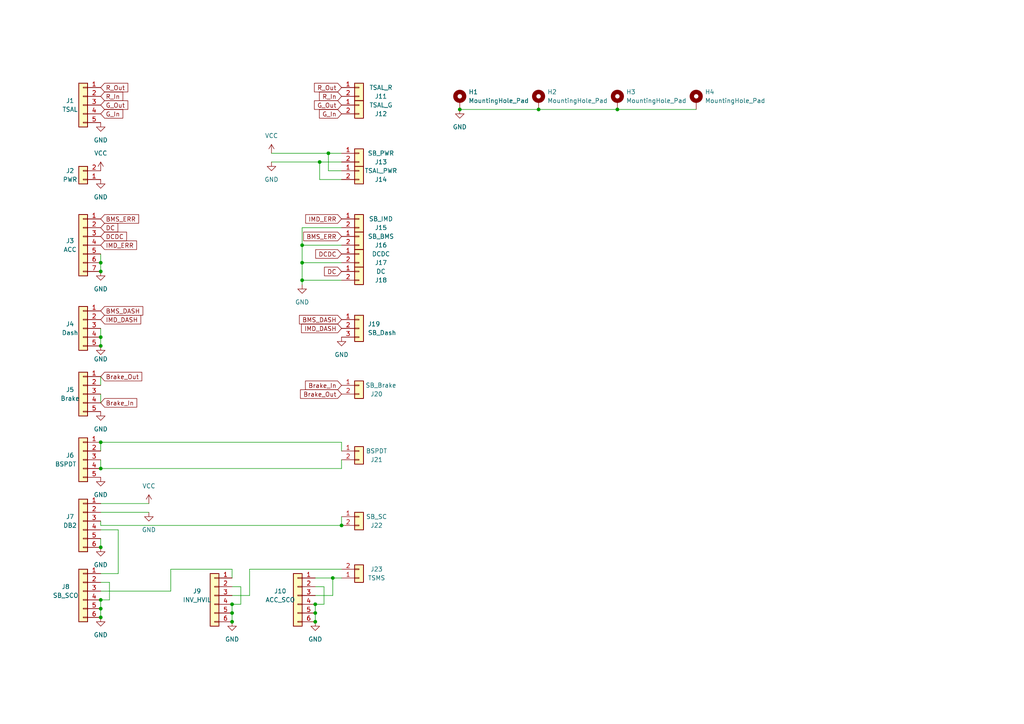
<source format=kicad_sch>
(kicad_sch (version 20230121) (generator eeschema)
  (paper "A4")
  (lib_symbols
    (symbol "Connector_Generic:Conn_01x02" (pin_names (offset 1.016) hide)
      (property "Reference" "J" (at 0 2.54 0))
      (property "Value" "Conn_01x02" (at 0 -5.08 0))
      (symbol "Conn_01x02_1_1"
        (rectangle (start -1.27 -2.413) (end 0 -2.667) (stroke (width 0.1524)))
        (rectangle (start -1.27 0.127) (end 0 -0.127) (stroke (width 0.1524)))
        (rectangle (start -1.27 1.27) (end 1.27 -3.81) (stroke (width 0.254)) (fill (type background)))
        (pin passive line (at -5.08 0 0) (length 3.81) (name "Pin_1") (number "1"))
        (pin passive line (at -5.08 -2.54 0) (length 3.81) (name "Pin_2") (number "2"))
      )
    )
    (symbol "Connector_Generic:Conn_01x03" (pin_names (offset 1.016) hide)
      (property "Reference" "J" (at 0 5.08 0))
      (property "Value" "Conn_01x03" (at 0 -5.08 0))
      (symbol "Conn_01x03_1_1"
        (rectangle (start -1.27 -2.413) (end 0 -2.667) (stroke (width 0.1524)))
        (rectangle (start -1.27 0.127) (end 0 -0.127) (stroke (width 0.1524)))
        (rectangle (start -1.27 2.667) (end 0 2.413) (stroke (width 0.1524)))
        (rectangle (start -1.27 3.81) (end 1.27 -3.81) (stroke (width 0.254)) (fill (type background)))
        (pin passive line (at -5.08 2.54 0) (length 3.81) (name "Pin_1") (number "1"))
        (pin passive line (at -5.08 0 0) (length 3.81) (name "Pin_2") (number "2"))
        (pin passive line (at -5.08 -2.54 0) (length 3.81) (name "Pin_3") (number "3"))
      )
    )
    (symbol "Connector_Generic:Conn_01x05" (pin_names (offset 1.016) hide)
      (property "Reference" "J" (at 0 7.62 0))
      (property "Value" "Conn_01x05" (at 0 -7.62 0))
      (symbol "Conn_01x05_1_1"
        (rectangle (start -1.27 -4.953) (end 0 -5.207) (stroke (width 0.1524)))
        (rectangle (start -1.27 -2.413) (end 0 -2.667) (stroke (width 0.1524)))
        (rectangle (start -1.27 0.127) (end 0 -0.127) (stroke (width 0.1524)))
        (rectangle (start -1.27 2.667) (end 0 2.413) (stroke (width 0.1524)))
        (rectangle (start -1.27 5.207) (end 0 4.953) (stroke (width 0.1524)))
        (rectangle (start -1.27 6.35) (end 1.27 -6.35) (stroke (width 0.254)) (fill (type background)))
        (pin passive line (at -5.08 5.08 0) (length 3.81) (name "Pin_1") (number "1"))
        (pin passive line (at -5.08 2.54 0) (length 3.81) (name "Pin_2") (number "2"))
        (pin passive line (at -5.08 0 0) (length 3.81) (name "Pin_3") (number "3"))
        (pin passive line (at -5.08 -2.54 0) (length 3.81) (name "Pin_4") (number "4"))
        (pin passive line (at -5.08 -5.08 0) (length 3.81) (name "Pin_5") (number "5"))
      )
    )
    (symbol "Connector_Generic:Conn_01x06" (pin_names (offset 1.016) hide)
      (property "Reference" "J" (at 0 7.62 0))
      (property "Value" "Conn_01x06" (at 0 -10.16 0))
      (symbol "Conn_01x06_1_1"
        (rectangle (start -1.27 -7.493) (end 0 -7.747) (stroke (width 0.1524)))
        (rectangle (start -1.27 -4.953) (end 0 -5.207) (stroke (width 0.1524)))
        (rectangle (start -1.27 -2.413) (end 0 -2.667) (stroke (width 0.1524)))
        (rectangle (start -1.27 0.127) (end 0 -0.127) (stroke (width 0.1524)))
        (rectangle (start -1.27 2.667) (end 0 2.413) (stroke (width 0.1524)))
        (rectangle (start -1.27 5.207) (end 0 4.953) (stroke (width 0.1524)))
        (rectangle (start -1.27 6.35) (end 1.27 -8.89) (stroke (width 0.254)) (fill (type background)))
        (pin passive line (at -5.08 5.08 0) (length 3.81) (name "Pin_1") (number "1"))
        (pin passive line (at -5.08 2.54 0) (length 3.81) (name "Pin_2") (number "2"))
        (pin passive line (at -5.08 0 0) (length 3.81) (name "Pin_3") (number "3"))
        (pin passive line (at -5.08 -2.54 0) (length 3.81) (name "Pin_4") (number "4"))
        (pin passive line (at -5.08 -5.08 0) (length 3.81) (name "Pin_5") (number "5"))
        (pin passive line (at -5.08 -7.62 0) (length 3.81) (name "Pin_6") (number "6"))
      )
    )
    (symbol "Connector_Generic:Conn_01x07" (pin_names (offset 1.016) hide)
      (property "Reference" "J" (at 0 10.16 0))
      (property "Value" "Conn_01x07" (at 0 -10.16 0))
      (symbol "Conn_01x07_1_1"
        (rectangle (start -1.27 -7.493) (end 0 -7.747) (stroke (width 0.1524)))
        (rectangle (start -1.27 -4.953) (end 0 -5.207) (stroke (width 0.1524)))
        (rectangle (start -1.27 -2.413) (end 0 -2.667) (stroke (width 0.1524)))
        (rectangle (start -1.27 0.127) (end 0 -0.127) (stroke (width 0.1524)))
        (rectangle (start -1.27 2.667) (end 0 2.413) (stroke (width 0.1524)))
        (rectangle (start -1.27 5.207) (end 0 4.953) (stroke (width 0.1524)))
        (rectangle (start -1.27 7.747) (end 0 7.493) (stroke (width 0.1524)))
        (rectangle (start -1.27 8.89) (end 1.27 -8.89) (stroke (width 0.254)) (fill (type background)))
        (pin passive line (at -5.08 7.62 0) (length 3.81) (name "Pin_1") (number "1"))
        (pin passive line (at -5.08 5.08 0) (length 3.81) (name "Pin_2") (number "2"))
        (pin passive line (at -5.08 2.54 0) (length 3.81) (name "Pin_3") (number "3"))
        (pin passive line (at -5.08 0 0) (length 3.81) (name "Pin_4") (number "4"))
        (pin passive line (at -5.08 -2.54 0) (length 3.81) (name "Pin_5") (number "5"))
        (pin passive line (at -5.08 -5.08 0) (length 3.81) (name "Pin_6") (number "6"))
        (pin passive line (at -5.08 -7.62 0) (length 3.81) (name "Pin_7") (number "7"))
      )
    )
    (symbol "Mechanical:MountingHole_Pad" (pin_numbers hide) (pin_names (offset 1.016) hide)
      (property "Reference" "H" (at 0 6.35 0))
      (property "Value" "MountingHole_Pad" (at 0 4.445 0))
      (symbol "MountingHole_Pad_0_1"
        (circle (center 0 1.27) (radius 1.27) (stroke (width 1.27)))
      )
      (symbol "MountingHole_Pad_1_1"
        (pin input line (at 0 -2.54 90) (length 2.54) (name "1") (number "1"))
      )
    )
    (symbol "power:GND" (power) (pin_names (offset 0))
      (property "Value" "GND" (at 0 -3.81 0))
      (symbol "GND_0_1"
        (polyline (pts (xy 0 0) (xy 0 -1.27) (xy 1.27 -1.27) (xy 0 -2.54) (xy -1.27 -1.27) (xy 0 -1.27)))
      )
      (symbol "GND_1_1"
        (pin power_in line (at 0 0 270) (length 0) hide (name "GND") (number "1"))
      )
    )
    (symbol "power:VCC" (power) (pin_names (offset 0))
      (property "Value" "VCC" (at 0 3.81 0))
      (symbol "VCC_0_1"
        (polyline (pts (xy -0.762 1.27) (xy 0 2.54)))
        (polyline (pts (xy 0 0) (xy 0 2.54)))
        (polyline (pts (xy 0 2.54) (xy 0.762 1.27)))
      )
      (symbol "VCC_1_1"
        (pin power_in line (at 0 0 90) (length 0) hide (name "VCC") (number "1"))
      )
    )
  )
  (junction (at 96.52 167.64))
  (junction (at 87.63 81.28))
  (junction (at 67.31 175.26))
  (junction (at 156.21 31.75))
  (junction (at 99.06 152.4))
  (junction (at 29.21 97.79))
  (junction (at 29.21 128.27))
  (junction (at 29.21 179.07))
  (junction (at 87.63 76.2))
  (junction (at 29.21 173.99))
  (junction (at 179.07 31.75))
  (junction (at 91.44 175.26))
  (junction (at 29.21 100.33))
  (junction (at 29.21 158.75))
  (junction (at 67.31 180.34))
  (junction (at 133.35 31.75))
  (junction (at 67.31 177.8))
  (junction (at 29.21 176.53))
  (junction (at 91.44 180.34))
  (junction (at 29.21 76.2))
  (junction (at 29.21 78.74))
  (junction (at 87.63 71.12))
  (junction (at 91.44 177.8))
  (junction (at 29.21 135.89))
  (junction (at 92.71 46.99))
  (junction (at 95.25 44.45))
  (wire (pts (xy 87.63 76.2) (xy 87.63 81.28)))
  (wire (pts (xy 29.21 152.4) (xy 29.21 151.13)))
  (wire (pts (xy 29.21 168.91) (xy 31.75 168.91)))
  (wire (pts (xy 34.29 153.67) (xy 34.29 166.37)))
  (wire (pts (xy 29.21 95.25) (xy 29.21 97.79)))
  (wire (pts (xy 72.39 165.1) (xy 99.06 165.1)))
  (wire (pts (xy 91.44 177.8) (xy 91.44 180.34)))
  (wire (pts (xy 72.39 165.1) (xy 72.39 172.72)))
  (wire (pts (xy 87.63 81.28) (xy 99.06 81.28)))
  (wire (pts (xy 99.06 52.07) (xy 92.71 52.07)))
  (wire (pts (xy 99.06 66.04) (xy 87.63 66.04)))
  (wire (pts (xy 29.21 153.67) (xy 34.29 153.67)))
  (wire (pts (xy 91.44 175.26) (xy 93.98 175.26)))
  (wire (pts (xy 49.53 165.1) (xy 49.53 171.45)))
  (wire (pts (xy 78.74 44.45) (xy 95.25 44.45)))
  (wire (pts (xy 69.85 170.18) (xy 69.85 175.26)))
  (wire (pts (xy 99.06 71.12) (xy 87.63 71.12)))
  (wire (pts (xy 99.06 149.86) (xy 99.06 152.4)))
  (wire (pts (xy 29.21 133.35) (xy 29.21 135.89)))
  (wire (pts (xy 78.74 46.99) (xy 92.71 46.99)))
  (wire (pts (xy 29.21 76.2) (xy 29.21 78.74)))
  (wire (pts (xy 29.21 146.05) (xy 43.18 146.05)))
  (wire (pts (xy 99.06 128.27) (xy 29.21 128.27)))
  (wire (pts (xy 67.31 177.8) (xy 67.31 180.34)))
  (wire (pts (xy 67.31 170.18) (xy 69.85 170.18)))
  (wire (pts (xy 99.06 49.53) (xy 95.25 49.53)))
  (wire (pts (xy 67.31 175.26) (xy 69.85 175.26)))
  (wire (pts (xy 99.06 133.35) (xy 99.06 135.89)))
  (wire (pts (xy 29.21 176.53) (xy 29.21 179.07)))
  (wire (pts (xy 31.75 173.99) (xy 29.21 173.99)))
  (wire (pts (xy 49.53 171.45) (xy 29.21 171.45)))
  (wire (pts (xy 96.52 167.64) (xy 96.52 172.72)))
  (wire (pts (xy 179.07 31.75) (xy 201.93 31.75)))
  (wire (pts (xy 67.31 172.72) (xy 72.39 172.72)))
  (wire (pts (xy 29.21 135.89) (xy 99.06 135.89)))
  (wire (pts (xy 87.63 66.04) (xy 87.63 71.12)))
  (wire (pts (xy 93.98 170.18) (xy 93.98 175.26)))
  (wire (pts (xy 29.21 114.3) (xy 29.21 116.84)))
  (wire (pts (xy 29.21 109.22) (xy 29.21 111.76)))
  (wire (pts (xy 87.63 71.12) (xy 87.63 76.2)))
  (wire (pts (xy 91.44 170.18) (xy 93.98 170.18)))
  (wire (pts (xy 29.21 173.99) (xy 29.21 176.53)))
  (wire (pts (xy 67.31 165.1) (xy 49.53 165.1)))
  (wire (pts (xy 91.44 175.26) (xy 91.44 177.8)))
  (wire (pts (xy 133.35 31.75) (xy 156.21 31.75)))
  (wire (pts (xy 34.29 166.37) (xy 29.21 166.37)))
  (wire (pts (xy 91.44 167.64) (xy 96.52 167.64)))
  (wire (pts (xy 92.71 52.07) (xy 92.71 46.99)))
  (wire (pts (xy 29.21 100.33) (xy 29.21 97.79)))
  (wire (pts (xy 29.21 158.75) (xy 29.21 156.21)))
  (wire (pts (xy 99.06 167.64) (xy 96.52 167.64)))
  (wire (pts (xy 29.21 128.27) (xy 29.21 130.81)))
  (wire (pts (xy 29.21 73.66) (xy 29.21 76.2)))
  (wire (pts (xy 92.71 46.99) (xy 99.06 46.99)))
  (wire (pts (xy 87.63 76.2) (xy 99.06 76.2)))
  (wire (pts (xy 29.21 152.4) (xy 99.06 152.4)))
  (wire (pts (xy 29.21 148.59) (xy 43.18 148.59)))
  (wire (pts (xy 31.75 168.91) (xy 31.75 173.99)))
  (wire (pts (xy 95.25 44.45) (xy 99.06 44.45)))
  (wire (pts (xy 156.21 31.75) (xy 179.07 31.75)))
  (wire (pts (xy 95.25 49.53) (xy 95.25 44.45)))
  (wire (pts (xy 99.06 130.81) (xy 99.06 128.27)))
  (wire (pts (xy 67.31 175.26) (xy 67.31 177.8)))
  (wire (pts (xy 67.31 167.64) (xy 67.31 165.1)))
  (wire (pts (xy 96.52 172.72) (xy 91.44 172.72)))
  (wire (pts (xy 87.63 81.28) (xy 87.63 82.55)))
  (global_label "Brake_Out" (shape input) (at 29.21 109.22 0) (property "Intersheetrefs" "${INTERSHEET_REFS}" (effects hide)))
  (global_label "IMD_DASH" (shape input) (at 99.06 95.25 180) (property "Intersheetrefs" "${INTERSHEET_REFS}" (effects hide)))
  (global_label "G_In" (shape input) (at 29.21 33.02 0) (property "Intersheetrefs" "${INTERSHEET_REFS}" (effects hide)))
  (global_label "BMS_ERR" (shape input) (at 29.21 63.5 0) (property "Intersheetrefs" "${INTERSHEET_REFS}" (effects hide)))
  (global_label "DCDC" (shape input) (at 29.21 68.58 0) (property "Intersheetrefs" "${INTERSHEET_REFS}" (effects hide)))
  (global_label "BMS_DASH" (shape input) (at 99.06 92.71 180) (property "Intersheetrefs" "${INTERSHEET_REFS}" (effects hide)))
  (global_label "R_Out" (shape input) (at 29.21 25.4 0) (property "Intersheetrefs" "${INTERSHEET_REFS}" (effects hide)))
  (global_label "IMD_ERR" (shape input) (at 29.21 71.12 0) (property "Intersheetrefs" "${INTERSHEET_REFS}" (effects hide)))
  (global_label "BMS_ERR" (shape input) (at 99.06 68.58 180) (property "Intersheetrefs" "${INTERSHEET_REFS}" (effects hide)))
  (global_label "Brake_Out" (shape input) (at 99.06 114.3 180) (property "Intersheetrefs" "${INTERSHEET_REFS}" (effects hide)))
  (global_label "R_In" (shape input) (at 99.06 27.94 180) (property "Intersheetrefs" "${INTERSHEET_REFS}" (effects hide)))
  (global_label "R_In" (shape input) (at 29.21 27.94 0) (property "Intersheetrefs" "${INTERSHEET_REFS}" (effects hide)))
  (global_label "G_Out" (shape input) (at 29.21 30.48 0) (property "Intersheetrefs" "${INTERSHEET_REFS}" (effects hide)))
  (global_label "IMD_ERR" (shape input) (at 99.06 63.5 180) (property "Intersheetrefs" "${INTERSHEET_REFS}" (effects hide)))
  (global_label "G_In" (shape input) (at 99.06 33.02 180) (property "Intersheetrefs" "${INTERSHEET_REFS}" (effects hide)))
  (global_label "DC" (shape input) (at 99.06 78.74 180) (property "Intersheetrefs" "${INTERSHEET_REFS}" (effects hide)))
  (global_label "IMD_DASH" (shape input) (at 29.21 92.71 0) (property "Intersheetrefs" "${INTERSHEET_REFS}" (effects hide)))
  (global_label "BMS_DASH" (shape input) (at 29.21 90.17 0) (property "Intersheetrefs" "${INTERSHEET_REFS}" (effects hide)))
  (global_label "DCDC" (shape input) (at 99.06 73.66 180) (property "Intersheetrefs" "${INTERSHEET_REFS}" (effects hide)))
  (global_label "Brake_In" (shape input) (at 99.06 111.76 180) (property "Intersheetrefs" "${INTERSHEET_REFS}" (effects hide)))
  (global_label "R_Out" (shape input) (at 99.06 25.4 180) (property "Intersheetrefs" "${INTERSHEET_REFS}" (effects hide)))
  (global_label "DC" (shape input) (at 29.21 66.04 0) (property "Intersheetrefs" "${INTERSHEET_REFS}" (effects hide)))
  (global_label "G_Out" (shape input) (at 99.06 30.48 180) (property "Intersheetrefs" "${INTERSHEET_REFS}" (effects hide)))
  (global_label "Brake_In" (shape input) (at 29.21 116.84 0) (property "Intersheetrefs" "${INTERSHEET_REFS}" (effects hide)))
  (symbol (lib_id "Connector_Generic:Conn_01x03") (at 104.14 95.25 0) (unit 1)
    (property "Reference" "J19" (at 106.68 93.98 0) (effects (justify left)))
    (property "Value" "SB_Dash" (at 106.68 96.52 0) (effects (justify left)))
    (property "Footprint" "Connector_JST:JST_XH_B3B-XH-A_1x03_P2.50mm_Vertical" (effects hide))
  )
  (symbol (lib_id "Connector_Generic:Conn_01x02") (at 104.14 78.74 0) (unit 1)
    (property "Reference" "J18" (at 110.49 81.28 0))
    (property "Value" "DC" (at 110.49 78.74 0))
    (property "Footprint" "Connector_JST:JST_XH_B2B-XH-A_1x02_P2.50mm_Vertical" (effects hide))
  )
  (symbol (lib_id "power:GND") (at 29.21 158.75 0) (unit 1)
    (property "Reference" "#PWR08" (effects hide))
    (property "Value" "GND" (at 29.21 163.83 0))
  )
  (symbol (lib_id "Connector_Generic:Conn_01x02") (at 104.14 130.81 0) (unit 1)
    (property "Reference" "J21" (at 109.22 133.35 0))
    (property "Value" "BSPDT" (at 109.22 130.81 0))
    (property "Footprint" "Connector_JST:JST_XH_B2B-XH-A_1x02_P2.50mm_Vertical" (effects hide))
  )
  (symbol (lib_id "Connector_Generic:Conn_01x02") (at 104.14 49.53 0) (unit 1)
    (property "Reference" "J14" (at 110.49 52.07 0))
    (property "Value" "TSAL_PWR" (at 110.49 49.53 0))
    (property "Footprint" "Connector_JST:JST_XH_B2B-XH-A_1x02_P2.50mm_Vertical" (effects hide))
  )
  (symbol (lib_id "Connector_Generic:Conn_01x02") (at 104.14 25.4 0) (unit 1)
    (property "Reference" "J11" (at 110.49 27.94 0))
    (property "Value" "TSAL_R" (at 110.49 25.4 0))
    (property "Footprint" "Connector_JST:JST_XH_B2B-XH-A_1x02_P2.50mm_Vertical" (effects hide))
  )
  (symbol (lib_id "power:GND") (at 29.21 100.33 0) (unit 1)
    (property "Reference" "#PWR05" (effects hide))
    (property "Value" "GND" (at 29.21 104.14 0))
  )
  (symbol (lib_id "power:GND") (at 78.74 46.99 0) (unit 1)
    (property "Reference" "#PWR017" (effects hide))
    (property "Value" "GND" (at 78.74 52.07 0))
  )
  (symbol (lib_id "power:GND") (at 67.31 180.34 0) (unit 1)
    (property "Reference" "#PWR015" (effects hide))
    (property "Value" "GND" (at 67.31 185.42 0))
  )
  (symbol (lib_id "Connector_Generic:Conn_01x07") (at 24.13 71.12 0) (mirror y) (unit 1)
    (property "Reference" "J3" (at 20.32 69.85 0))
    (property "Value" "ACC" (at 20.32 72.39 0))
    (property "Footprint" "Personal:M8 5-6P w Ground" (effects hide))
  )
  (symbol (lib_id "power:GND") (at 29.21 179.07 0) (unit 1)
    (property "Reference" "#PWR09" (effects hide))
    (property "Value" "GND" (at 29.21 184.15 0))
  )
  (symbol (lib_id "power:GND") (at 29.21 35.56 0) (unit 1)
    (property "Reference" "#PWR01" (effects hide))
    (property "Value" "GND" (at 29.21 40.64 0))
  )
  (symbol (lib_id "power:GND") (at 91.44 180.34 0) (unit 1)
    (property "Reference" "#PWR019" (effects hide))
    (property "Value" "GND" (at 91.44 185.42 0))
  )
  (symbol (lib_id "power:GND") (at 99.06 97.79 0) (unit 1)
    (property "Reference" "#PWR020" (effects hide))
    (property "Value" "GND" (at 99.06 102.87 0))
  )
  (symbol (lib_id "Connector_Generic:Conn_01x05") (at 24.13 114.3 0) (mirror y) (unit 1)
    (property "Reference" "J5" (at 20.32 113.03 0))
    (property "Value" "Brake" (at 20.32 115.57 0))
    (property "Footprint" "Personal:M8 2P 4P w Ground" (effects hide))
  )
  (symbol (lib_id "Connector_Generic:Conn_01x02") (at 104.14 63.5 0) (unit 1)
    (property "Reference" "J15" (at 110.49 66.04 0))
    (property "Value" "SB_IMD" (at 110.49 63.5 0))
    (property "Footprint" "Connector_JST:JST_XH_B2B-XH-A_1x02_P2.50mm_Vertical" (effects hide))
  )
  (symbol (lib_id "Mechanical:MountingHole_Pad") (at 179.07 29.21 0) (unit 1)
    (property "Reference" "H3" (at 181.61 26.67 0) (effects (justify left)))
    (property "Value" "MountingHole_Pad" (at 181.61 29.21 0) (effects (justify left)))
    (property "Footprint" "MountingHole:MountingHole_4.3mm_M4_DIN965_Pad_TopBottom" (effects hide))
  )
  (symbol (lib_id "power:VCC") (at 43.18 146.05 0) (unit 1)
    (property "Reference" "#PWR012" (effects hide))
    (property "Value" "VCC" (at 43.18 140.97 0))
  )
  (symbol (lib_id "Connector_Generic:Conn_01x02") (at 104.14 68.58 0) (unit 1)
    (property "Reference" "J16" (at 110.49 71.12 0))
    (property "Value" "SB_BMS" (at 110.49 68.58 0))
    (property "Footprint" "Connector_JST:JST_XH_B2B-XH-A_1x02_P2.50mm_Vertical" (effects hide))
  )
  (symbol (lib_id "Connector_Generic:Conn_01x02") (at 104.14 149.86 0) (unit 1)
    (property "Reference" "J22" (at 109.22 152.4 0))
    (property "Value" "SB_SC" (at 109.22 149.86 0))
    (property "Footprint" "Connector_JST:JST_XH_B2B-XH-A_1x02_P2.50mm_Vertical" (effects hide))
  )
  (symbol (lib_id "Connector_Generic:Conn_01x05") (at 24.13 30.48 0) (mirror y) (unit 1)
    (property "Reference" "J1" (at 20.32 29.21 0))
    (property "Value" "TSAL" (at 20.32 31.75 0))
    (property "Footprint" "Personal:M8 2P 4P w Ground" (effects hide))
  )
  (symbol (lib_id "Mechanical:MountingHole_Pad") (at 133.35 29.21 0) (unit 1)
    (property "Reference" "H1" (at 135.89 26.67 0) (effects (justify left)))
    (property "Value" "MountingHole_Pad" (at 135.89 29.21 0) (effects (justify left)))
    (property "Footprint" "MountingHole:MountingHole_4.3mm_M4_DIN965_Pad_TopBottom" (effects hide))
  )
  (symbol (lib_id "Connector_Generic:Conn_01x05") (at 24.13 95.25 0) (mirror y) (unit 1)
    (property "Reference" "J4" (at 20.32 93.98 0))
    (property "Value" "Dash" (at 20.32 96.52 0))
    (property "Footprint" "Personal:M8 2P 4P w Ground" (effects hide))
  )
  (symbol (lib_id "Connector_Generic:Conn_01x06") (at 62.23 172.72 0) (mirror y) (unit 1)
    (property "Reference" "J9" (at 57.15 171.45 0))
    (property "Value" "INV_HVIL" (at 57.15 173.99 0))
    (property "Footprint" "Personal:M12 2-5P w Ground" (effects hide))
  )
  (symbol (lib_id "power:GND") (at 29.21 78.74 0) (unit 1)
    (property "Reference" "#PWR04" (effects hide))
    (property "Value" "GND" (at 29.21 83.82 0))
  )
  (symbol (lib_id "Connector_Generic:Conn_01x02") (at 24.13 52.07 180) (unit 1)
    (property "Reference" "J2" (at 20.32 49.53 0))
    (property "Value" "PWR" (at 20.32 52.07 0))
    (property "Footprint" "Connector_JST:JST_VH_B2P-VH-B_1x02_P3.96mm_Vertical" (effects hide))
  )
  (symbol (lib_id "power:VCC") (at 78.74 44.45 0) (unit 1)
    (property "Reference" "#PWR016" (effects hide))
    (property "Value" "VCC" (at 78.74 39.37 0))
  )
  (symbol (lib_id "Connector_Generic:Conn_01x02") (at 104.14 73.66 0) (unit 1)
    (property "Reference" "J17" (at 110.49 76.2 0))
    (property "Value" "DCDC" (at 110.49 73.66 0))
    (property "Footprint" "Connector_JST:JST_XH_B2B-XH-A_1x02_P2.50mm_Vertical" (effects hide))
  )
  (symbol (lib_id "Connector_Generic:Conn_01x02") (at 104.14 30.48 0) (unit 1)
    (property "Reference" "J12" (at 110.49 33.02 0))
    (property "Value" "TSAL_G" (at 110.49 30.48 0))
    (property "Footprint" "Connector_JST:JST_XH_B2B-XH-A_1x02_P2.50mm_Vertical" (effects hide))
  )
  (symbol (lib_id "Connector_Generic:Conn_01x02") (at 104.14 111.76 0) (unit 1)
    (property "Reference" "J20" (at 109.22 114.3 0))
    (property "Value" "SB_Brake" (at 110.49 111.76 0))
    (property "Footprint" "Connector_JST:JST_XH_B2B-XH-A_1x02_P2.50mm_Vertical" (effects hide))
  )
  (symbol (lib_id "power:GND") (at 29.21 138.43 0) (unit 1)
    (property "Reference" "#PWR07" (effects hide))
    (property "Value" "GND" (at 29.21 143.51 0))
  )
  (symbol (lib_id "power:GND") (at 133.35 31.75 0) (unit 1)
    (property "Reference" "#PWR010" (effects hide))
    (property "Value" "GND" (at 133.35 36.83 0))
  )
  (symbol (lib_id "Connector_Generic:Conn_01x02") (at 104.14 44.45 0) (unit 1)
    (property "Reference" "J13" (at 110.49 46.99 0))
    (property "Value" "SB_PWR" (at 110.49 44.45 0))
    (property "Footprint" "Connector_JST:JST_VH_B2P-VH-B_1x02_P3.96mm_Vertical" (effects hide))
  )
  (symbol (lib_id "power:GND") (at 29.21 119.38 0) (unit 1)
    (property "Reference" "#PWR06" (effects hide))
    (property "Value" "GND" (at 29.21 124.46 0))
  )
  (symbol (lib_id "Connector_Generic:Conn_01x06") (at 24.13 171.45 0) (mirror y) (unit 1)
    (property "Reference" "J8" (at 19.05 170.18 0))
    (property "Value" "SB_SCO" (at 19.05 172.72 0))
    (property "Footprint" "Personal:M12 2-5P w Ground" (effects hide))
  )
  (symbol (lib_id "Mechanical:MountingHole_Pad") (at 156.21 29.21 0) (unit 1)
    (property "Reference" "H2" (at 158.75 26.67 0) (effects (justify left)))
    (property "Value" "MountingHole_Pad" (at 158.75 29.21 0) (effects (justify left)))
    (property "Footprint" "MountingHole:MountingHole_4.3mm_M4_DIN965_Pad_TopBottom" (effects hide))
  )
  (symbol (lib_id "power:GND") (at 87.63 82.55 0) (unit 1)
    (property "Reference" "#PWR018" (effects hide))
    (property "Value" "GND" (at 87.63 87.63 0))
  )
  (symbol (lib_id "Connector_Generic:Conn_01x06") (at 24.13 151.13 0) (mirror y) (unit 1)
    (property "Reference" "J7" (at 20.32 149.86 0))
    (property "Value" "DB2" (at 20.32 152.4 0))
    (property "Footprint" "Personal:M12 2-5P w Ground" (effects hide))
  )
  (symbol (lib_id "power:GND") (at 43.18 148.59 0) (unit 1)
    (property "Reference" "#PWR013" (effects hide))
    (property "Value" "GND" (at 43.18 153.67 0))
  )
  (symbol (lib_id "power:VCC") (at 29.21 49.53 0) (unit 1)
    (property "Reference" "#PWR02" (effects hide))
    (property "Value" "VCC" (at 29.21 44.45 0))
  )
  (symbol (lib_id "Connector_Generic:Conn_01x02") (at 104.14 167.64 0) (mirror x) (unit 1)
    (property "Reference" "J23" (at 109.22 165.1 0))
    (property "Value" "TSMS" (at 109.22 167.64 0))
    (property "Footprint" "Connector_JST:JST_VH_B2P-VH-B_1x02_P3.96mm_Vertical" (effects hide))
  )
  (symbol (lib_id "power:GND") (at 29.21 52.07 0) (unit 1)
    (property "Reference" "#PWR03" (effects hide))
    (property "Value" "GND" (at 29.21 57.15 0))
  )
  (symbol (lib_id "Connector_Generic:Conn_01x06") (at 86.36 172.72 0) (mirror y) (unit 1)
    (property "Reference" "J10" (at 81.28 171.45 0))
    (property "Value" "ACC_SCO" (at 81.28 173.99 0))
    (property "Footprint" "Personal:M12 2-5P w Ground" (effects hide))
  )
  (symbol (lib_id "Connector_Generic:Conn_01x05") (at 24.13 133.35 0) (mirror y) (unit 1)
    (property "Reference" "J6" (at 20.32 132.08 0))
    (property "Value" "BSPDT" (at 19.05 134.62 0))
    (property "Footprint" "Personal:M8 2P 4P w Ground" (effects hide))
  )
  (symbol (lib_id "Mechanical:MountingHole_Pad") (at 201.93 29.21 0) (unit 1)
    (property "Reference" "H4" (at 204.47 26.67 0) (effects (justify left)))
    (property "Value" "MountingHole_Pad" (at 204.47 29.21 0) (effects (justify left)))
    (property "Footprint" "MountingHole:MountingHole_4.3mm_M4_DIN965_Pad_TopBottom" (effects hide))
  )
)
</source>
